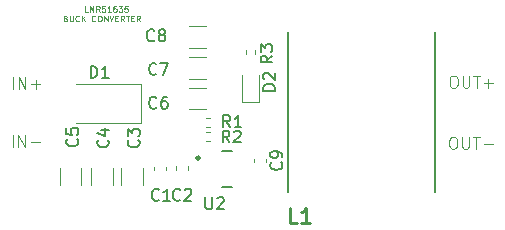
<source format=gbr>
%TF.GenerationSoftware,KiCad,Pcbnew,8.0.8*%
%TF.CreationDate,2025-06-16T12:41:12-07:00*%
%TF.ProjectId,lmr51635,6c6d7235-3136-4333-952e-6b696361645f,rev?*%
%TF.SameCoordinates,Original*%
%TF.FileFunction,Legend,Top*%
%TF.FilePolarity,Positive*%
%FSLAX46Y46*%
G04 Gerber Fmt 4.6, Leading zero omitted, Abs format (unit mm)*
G04 Created by KiCad (PCBNEW 8.0.8) date 2025-06-16 12:41:12*
%MOMM*%
%LPD*%
G01*
G04 APERTURE LIST*
%ADD10C,0.080000*%
%ADD11C,0.100000*%
%ADD12C,0.150000*%
%ADD13C,0.254000*%
%ADD14C,0.120000*%
%ADD15C,0.250000*%
%ADD16C,0.200000*%
G04 APERTURE END LIST*
D10*
X109599524Y-105474663D02*
X109361429Y-105474663D01*
X109361429Y-105474663D02*
X109361429Y-104974663D01*
X109766191Y-105474663D02*
X109766191Y-104974663D01*
X109766191Y-104974663D02*
X109932858Y-105331806D01*
X109932858Y-105331806D02*
X110099524Y-104974663D01*
X110099524Y-104974663D02*
X110099524Y-105474663D01*
X110623334Y-105474663D02*
X110456668Y-105236568D01*
X110337620Y-105474663D02*
X110337620Y-104974663D01*
X110337620Y-104974663D02*
X110528096Y-104974663D01*
X110528096Y-104974663D02*
X110575715Y-104998473D01*
X110575715Y-104998473D02*
X110599525Y-105022282D01*
X110599525Y-105022282D02*
X110623334Y-105069901D01*
X110623334Y-105069901D02*
X110623334Y-105141330D01*
X110623334Y-105141330D02*
X110599525Y-105188949D01*
X110599525Y-105188949D02*
X110575715Y-105212758D01*
X110575715Y-105212758D02*
X110528096Y-105236568D01*
X110528096Y-105236568D02*
X110337620Y-105236568D01*
X111075715Y-104974663D02*
X110837620Y-104974663D01*
X110837620Y-104974663D02*
X110813811Y-105212758D01*
X110813811Y-105212758D02*
X110837620Y-105188949D01*
X110837620Y-105188949D02*
X110885239Y-105165139D01*
X110885239Y-105165139D02*
X111004287Y-105165139D01*
X111004287Y-105165139D02*
X111051906Y-105188949D01*
X111051906Y-105188949D02*
X111075715Y-105212758D01*
X111075715Y-105212758D02*
X111099525Y-105260377D01*
X111099525Y-105260377D02*
X111099525Y-105379425D01*
X111099525Y-105379425D02*
X111075715Y-105427044D01*
X111075715Y-105427044D02*
X111051906Y-105450854D01*
X111051906Y-105450854D02*
X111004287Y-105474663D01*
X111004287Y-105474663D02*
X110885239Y-105474663D01*
X110885239Y-105474663D02*
X110837620Y-105450854D01*
X110837620Y-105450854D02*
X110813811Y-105427044D01*
X111575715Y-105474663D02*
X111290001Y-105474663D01*
X111432858Y-105474663D02*
X111432858Y-104974663D01*
X111432858Y-104974663D02*
X111385239Y-105046092D01*
X111385239Y-105046092D02*
X111337620Y-105093711D01*
X111337620Y-105093711D02*
X111290001Y-105117520D01*
X112004286Y-104974663D02*
X111909048Y-104974663D01*
X111909048Y-104974663D02*
X111861429Y-104998473D01*
X111861429Y-104998473D02*
X111837619Y-105022282D01*
X111837619Y-105022282D02*
X111790000Y-105093711D01*
X111790000Y-105093711D02*
X111766191Y-105188949D01*
X111766191Y-105188949D02*
X111766191Y-105379425D01*
X111766191Y-105379425D02*
X111790000Y-105427044D01*
X111790000Y-105427044D02*
X111813810Y-105450854D01*
X111813810Y-105450854D02*
X111861429Y-105474663D01*
X111861429Y-105474663D02*
X111956667Y-105474663D01*
X111956667Y-105474663D02*
X112004286Y-105450854D01*
X112004286Y-105450854D02*
X112028095Y-105427044D01*
X112028095Y-105427044D02*
X112051905Y-105379425D01*
X112051905Y-105379425D02*
X112051905Y-105260377D01*
X112051905Y-105260377D02*
X112028095Y-105212758D01*
X112028095Y-105212758D02*
X112004286Y-105188949D01*
X112004286Y-105188949D02*
X111956667Y-105165139D01*
X111956667Y-105165139D02*
X111861429Y-105165139D01*
X111861429Y-105165139D02*
X111813810Y-105188949D01*
X111813810Y-105188949D02*
X111790000Y-105212758D01*
X111790000Y-105212758D02*
X111766191Y-105260377D01*
X112218571Y-104974663D02*
X112528095Y-104974663D01*
X112528095Y-104974663D02*
X112361428Y-105165139D01*
X112361428Y-105165139D02*
X112432857Y-105165139D01*
X112432857Y-105165139D02*
X112480476Y-105188949D01*
X112480476Y-105188949D02*
X112504285Y-105212758D01*
X112504285Y-105212758D02*
X112528095Y-105260377D01*
X112528095Y-105260377D02*
X112528095Y-105379425D01*
X112528095Y-105379425D02*
X112504285Y-105427044D01*
X112504285Y-105427044D02*
X112480476Y-105450854D01*
X112480476Y-105450854D02*
X112432857Y-105474663D01*
X112432857Y-105474663D02*
X112290000Y-105474663D01*
X112290000Y-105474663D02*
X112242381Y-105450854D01*
X112242381Y-105450854D02*
X112218571Y-105427044D01*
X112980475Y-104974663D02*
X112742380Y-104974663D01*
X112742380Y-104974663D02*
X112718571Y-105212758D01*
X112718571Y-105212758D02*
X112742380Y-105188949D01*
X112742380Y-105188949D02*
X112789999Y-105165139D01*
X112789999Y-105165139D02*
X112909047Y-105165139D01*
X112909047Y-105165139D02*
X112956666Y-105188949D01*
X112956666Y-105188949D02*
X112980475Y-105212758D01*
X112980475Y-105212758D02*
X113004285Y-105260377D01*
X113004285Y-105260377D02*
X113004285Y-105379425D01*
X113004285Y-105379425D02*
X112980475Y-105427044D01*
X112980475Y-105427044D02*
X112956666Y-105450854D01*
X112956666Y-105450854D02*
X112909047Y-105474663D01*
X112909047Y-105474663D02*
X112789999Y-105474663D01*
X112789999Y-105474663D02*
X112742380Y-105450854D01*
X112742380Y-105450854D02*
X112718571Y-105427044D01*
X107742381Y-106017730D02*
X107813809Y-106041540D01*
X107813809Y-106041540D02*
X107837619Y-106065349D01*
X107837619Y-106065349D02*
X107861428Y-106112968D01*
X107861428Y-106112968D02*
X107861428Y-106184397D01*
X107861428Y-106184397D02*
X107837619Y-106232016D01*
X107837619Y-106232016D02*
X107813809Y-106255826D01*
X107813809Y-106255826D02*
X107766190Y-106279635D01*
X107766190Y-106279635D02*
X107575714Y-106279635D01*
X107575714Y-106279635D02*
X107575714Y-105779635D01*
X107575714Y-105779635D02*
X107742381Y-105779635D01*
X107742381Y-105779635D02*
X107790000Y-105803445D01*
X107790000Y-105803445D02*
X107813809Y-105827254D01*
X107813809Y-105827254D02*
X107837619Y-105874873D01*
X107837619Y-105874873D02*
X107837619Y-105922492D01*
X107837619Y-105922492D02*
X107813809Y-105970111D01*
X107813809Y-105970111D02*
X107790000Y-105993921D01*
X107790000Y-105993921D02*
X107742381Y-106017730D01*
X107742381Y-106017730D02*
X107575714Y-106017730D01*
X108075714Y-105779635D02*
X108075714Y-106184397D01*
X108075714Y-106184397D02*
X108099524Y-106232016D01*
X108099524Y-106232016D02*
X108123333Y-106255826D01*
X108123333Y-106255826D02*
X108170952Y-106279635D01*
X108170952Y-106279635D02*
X108266190Y-106279635D01*
X108266190Y-106279635D02*
X108313809Y-106255826D01*
X108313809Y-106255826D02*
X108337619Y-106232016D01*
X108337619Y-106232016D02*
X108361428Y-106184397D01*
X108361428Y-106184397D02*
X108361428Y-105779635D01*
X108885238Y-106232016D02*
X108861429Y-106255826D01*
X108861429Y-106255826D02*
X108790000Y-106279635D01*
X108790000Y-106279635D02*
X108742381Y-106279635D01*
X108742381Y-106279635D02*
X108670953Y-106255826D01*
X108670953Y-106255826D02*
X108623334Y-106208206D01*
X108623334Y-106208206D02*
X108599524Y-106160587D01*
X108599524Y-106160587D02*
X108575715Y-106065349D01*
X108575715Y-106065349D02*
X108575715Y-105993921D01*
X108575715Y-105993921D02*
X108599524Y-105898683D01*
X108599524Y-105898683D02*
X108623334Y-105851064D01*
X108623334Y-105851064D02*
X108670953Y-105803445D01*
X108670953Y-105803445D02*
X108742381Y-105779635D01*
X108742381Y-105779635D02*
X108790000Y-105779635D01*
X108790000Y-105779635D02*
X108861429Y-105803445D01*
X108861429Y-105803445D02*
X108885238Y-105827254D01*
X109099524Y-106279635D02*
X109099524Y-105779635D01*
X109385238Y-106279635D02*
X109170953Y-105993921D01*
X109385238Y-105779635D02*
X109099524Y-106065349D01*
X110266190Y-106232016D02*
X110242381Y-106255826D01*
X110242381Y-106255826D02*
X110170952Y-106279635D01*
X110170952Y-106279635D02*
X110123333Y-106279635D01*
X110123333Y-106279635D02*
X110051905Y-106255826D01*
X110051905Y-106255826D02*
X110004286Y-106208206D01*
X110004286Y-106208206D02*
X109980476Y-106160587D01*
X109980476Y-106160587D02*
X109956667Y-106065349D01*
X109956667Y-106065349D02*
X109956667Y-105993921D01*
X109956667Y-105993921D02*
X109980476Y-105898683D01*
X109980476Y-105898683D02*
X110004286Y-105851064D01*
X110004286Y-105851064D02*
X110051905Y-105803445D01*
X110051905Y-105803445D02*
X110123333Y-105779635D01*
X110123333Y-105779635D02*
X110170952Y-105779635D01*
X110170952Y-105779635D02*
X110242381Y-105803445D01*
X110242381Y-105803445D02*
X110266190Y-105827254D01*
X110575714Y-105779635D02*
X110670952Y-105779635D01*
X110670952Y-105779635D02*
X110718571Y-105803445D01*
X110718571Y-105803445D02*
X110766190Y-105851064D01*
X110766190Y-105851064D02*
X110790000Y-105946302D01*
X110790000Y-105946302D02*
X110790000Y-106112968D01*
X110790000Y-106112968D02*
X110766190Y-106208206D01*
X110766190Y-106208206D02*
X110718571Y-106255826D01*
X110718571Y-106255826D02*
X110670952Y-106279635D01*
X110670952Y-106279635D02*
X110575714Y-106279635D01*
X110575714Y-106279635D02*
X110528095Y-106255826D01*
X110528095Y-106255826D02*
X110480476Y-106208206D01*
X110480476Y-106208206D02*
X110456667Y-106112968D01*
X110456667Y-106112968D02*
X110456667Y-105946302D01*
X110456667Y-105946302D02*
X110480476Y-105851064D01*
X110480476Y-105851064D02*
X110528095Y-105803445D01*
X110528095Y-105803445D02*
X110575714Y-105779635D01*
X111004286Y-106279635D02*
X111004286Y-105779635D01*
X111004286Y-105779635D02*
X111290000Y-106279635D01*
X111290000Y-106279635D02*
X111290000Y-105779635D01*
X111456668Y-105779635D02*
X111623334Y-106279635D01*
X111623334Y-106279635D02*
X111790001Y-105779635D01*
X111956667Y-106017730D02*
X112123334Y-106017730D01*
X112194762Y-106279635D02*
X111956667Y-106279635D01*
X111956667Y-106279635D02*
X111956667Y-105779635D01*
X111956667Y-105779635D02*
X112194762Y-105779635D01*
X112694762Y-106279635D02*
X112528096Y-106041540D01*
X112409048Y-106279635D02*
X112409048Y-105779635D01*
X112409048Y-105779635D02*
X112599524Y-105779635D01*
X112599524Y-105779635D02*
X112647143Y-105803445D01*
X112647143Y-105803445D02*
X112670953Y-105827254D01*
X112670953Y-105827254D02*
X112694762Y-105874873D01*
X112694762Y-105874873D02*
X112694762Y-105946302D01*
X112694762Y-105946302D02*
X112670953Y-105993921D01*
X112670953Y-105993921D02*
X112647143Y-106017730D01*
X112647143Y-106017730D02*
X112599524Y-106041540D01*
X112599524Y-106041540D02*
X112409048Y-106041540D01*
X112837620Y-105779635D02*
X113123334Y-105779635D01*
X112980477Y-106279635D02*
X112980477Y-105779635D01*
X113290000Y-106017730D02*
X113456667Y-106017730D01*
X113528095Y-106279635D02*
X113290000Y-106279635D01*
X113290000Y-106279635D02*
X113290000Y-105779635D01*
X113290000Y-105779635D02*
X113528095Y-105779635D01*
X114028095Y-106279635D02*
X113861429Y-106041540D01*
X113742381Y-106279635D02*
X113742381Y-105779635D01*
X113742381Y-105779635D02*
X113932857Y-105779635D01*
X113932857Y-105779635D02*
X113980476Y-105803445D01*
X113980476Y-105803445D02*
X114004286Y-105827254D01*
X114004286Y-105827254D02*
X114028095Y-105874873D01*
X114028095Y-105874873D02*
X114028095Y-105946302D01*
X114028095Y-105946302D02*
X114004286Y-105993921D01*
X114004286Y-105993921D02*
X113980476Y-106017730D01*
X113980476Y-106017730D02*
X113932857Y-106041540D01*
X113932857Y-106041540D02*
X113742381Y-106041540D01*
D11*
X140454360Y-116052475D02*
X140644836Y-116052475D01*
X140644836Y-116052475D02*
X140740074Y-116100094D01*
X140740074Y-116100094D02*
X140835312Y-116195332D01*
X140835312Y-116195332D02*
X140882931Y-116385808D01*
X140882931Y-116385808D02*
X140882931Y-116719141D01*
X140882931Y-116719141D02*
X140835312Y-116909617D01*
X140835312Y-116909617D02*
X140740074Y-117004856D01*
X140740074Y-117004856D02*
X140644836Y-117052475D01*
X140644836Y-117052475D02*
X140454360Y-117052475D01*
X140454360Y-117052475D02*
X140359122Y-117004856D01*
X140359122Y-117004856D02*
X140263884Y-116909617D01*
X140263884Y-116909617D02*
X140216265Y-116719141D01*
X140216265Y-116719141D02*
X140216265Y-116385808D01*
X140216265Y-116385808D02*
X140263884Y-116195332D01*
X140263884Y-116195332D02*
X140359122Y-116100094D01*
X140359122Y-116100094D02*
X140454360Y-116052475D01*
X141311503Y-116052475D02*
X141311503Y-116861998D01*
X141311503Y-116861998D02*
X141359122Y-116957236D01*
X141359122Y-116957236D02*
X141406741Y-117004856D01*
X141406741Y-117004856D02*
X141501979Y-117052475D01*
X141501979Y-117052475D02*
X141692455Y-117052475D01*
X141692455Y-117052475D02*
X141787693Y-117004856D01*
X141787693Y-117004856D02*
X141835312Y-116957236D01*
X141835312Y-116957236D02*
X141882931Y-116861998D01*
X141882931Y-116861998D02*
X141882931Y-116052475D01*
X142216265Y-116052475D02*
X142787693Y-116052475D01*
X142501979Y-117052475D02*
X142501979Y-116052475D01*
X143121027Y-116671522D02*
X143882932Y-116671522D01*
X140494360Y-110872419D02*
X140684836Y-110872419D01*
X140684836Y-110872419D02*
X140780074Y-110920038D01*
X140780074Y-110920038D02*
X140875312Y-111015276D01*
X140875312Y-111015276D02*
X140922931Y-111205752D01*
X140922931Y-111205752D02*
X140922931Y-111539085D01*
X140922931Y-111539085D02*
X140875312Y-111729561D01*
X140875312Y-111729561D02*
X140780074Y-111824800D01*
X140780074Y-111824800D02*
X140684836Y-111872419D01*
X140684836Y-111872419D02*
X140494360Y-111872419D01*
X140494360Y-111872419D02*
X140399122Y-111824800D01*
X140399122Y-111824800D02*
X140303884Y-111729561D01*
X140303884Y-111729561D02*
X140256265Y-111539085D01*
X140256265Y-111539085D02*
X140256265Y-111205752D01*
X140256265Y-111205752D02*
X140303884Y-111015276D01*
X140303884Y-111015276D02*
X140399122Y-110920038D01*
X140399122Y-110920038D02*
X140494360Y-110872419D01*
X141351503Y-110872419D02*
X141351503Y-111681942D01*
X141351503Y-111681942D02*
X141399122Y-111777180D01*
X141399122Y-111777180D02*
X141446741Y-111824800D01*
X141446741Y-111824800D02*
X141541979Y-111872419D01*
X141541979Y-111872419D02*
X141732455Y-111872419D01*
X141732455Y-111872419D02*
X141827693Y-111824800D01*
X141827693Y-111824800D02*
X141875312Y-111777180D01*
X141875312Y-111777180D02*
X141922931Y-111681942D01*
X141922931Y-111681942D02*
X141922931Y-110872419D01*
X142256265Y-110872419D02*
X142827693Y-110872419D01*
X142541979Y-111872419D02*
X142541979Y-110872419D01*
X143161027Y-111491466D02*
X143922932Y-111491466D01*
X143541979Y-111872419D02*
X143541979Y-111110514D01*
X103293884Y-111972419D02*
X103293884Y-110972419D01*
X103770074Y-111972419D02*
X103770074Y-110972419D01*
X103770074Y-110972419D02*
X104341502Y-111972419D01*
X104341502Y-111972419D02*
X104341502Y-110972419D01*
X104817693Y-111591466D02*
X105579598Y-111591466D01*
X105198645Y-111972419D02*
X105198645Y-111210514D01*
X103253884Y-116882419D02*
X103253884Y-115882419D01*
X103730074Y-116882419D02*
X103730074Y-115882419D01*
X103730074Y-115882419D02*
X104301502Y-116882419D01*
X104301502Y-116882419D02*
X104301502Y-115882419D01*
X104777693Y-116501466D02*
X105539598Y-116501466D01*
D12*
X121613333Y-116524819D02*
X121280000Y-116048628D01*
X121041905Y-116524819D02*
X121041905Y-115524819D01*
X121041905Y-115524819D02*
X121422857Y-115524819D01*
X121422857Y-115524819D02*
X121518095Y-115572438D01*
X121518095Y-115572438D02*
X121565714Y-115620057D01*
X121565714Y-115620057D02*
X121613333Y-115715295D01*
X121613333Y-115715295D02*
X121613333Y-115858152D01*
X121613333Y-115858152D02*
X121565714Y-115953390D01*
X121565714Y-115953390D02*
X121518095Y-116001009D01*
X121518095Y-116001009D02*
X121422857Y-116048628D01*
X121422857Y-116048628D02*
X121041905Y-116048628D01*
X121994286Y-115620057D02*
X122041905Y-115572438D01*
X122041905Y-115572438D02*
X122137143Y-115524819D01*
X122137143Y-115524819D02*
X122375238Y-115524819D01*
X122375238Y-115524819D02*
X122470476Y-115572438D01*
X122470476Y-115572438D02*
X122518095Y-115620057D01*
X122518095Y-115620057D02*
X122565714Y-115715295D01*
X122565714Y-115715295D02*
X122565714Y-115810533D01*
X122565714Y-115810533D02*
X122518095Y-115953390D01*
X122518095Y-115953390D02*
X121946667Y-116524819D01*
X121946667Y-116524819D02*
X122565714Y-116524819D01*
X108709580Y-116241666D02*
X108757200Y-116289285D01*
X108757200Y-116289285D02*
X108804819Y-116432142D01*
X108804819Y-116432142D02*
X108804819Y-116527380D01*
X108804819Y-116527380D02*
X108757200Y-116670237D01*
X108757200Y-116670237D02*
X108661961Y-116765475D01*
X108661961Y-116765475D02*
X108566723Y-116813094D01*
X108566723Y-116813094D02*
X108376247Y-116860713D01*
X108376247Y-116860713D02*
X108233390Y-116860713D01*
X108233390Y-116860713D02*
X108042914Y-116813094D01*
X108042914Y-116813094D02*
X107947676Y-116765475D01*
X107947676Y-116765475D02*
X107852438Y-116670237D01*
X107852438Y-116670237D02*
X107804819Y-116527380D01*
X107804819Y-116527380D02*
X107804819Y-116432142D01*
X107804819Y-116432142D02*
X107852438Y-116289285D01*
X107852438Y-116289285D02*
X107900057Y-116241666D01*
X107804819Y-115336904D02*
X107804819Y-115813094D01*
X107804819Y-115813094D02*
X108281009Y-115860713D01*
X108281009Y-115860713D02*
X108233390Y-115813094D01*
X108233390Y-115813094D02*
X108185771Y-115717856D01*
X108185771Y-115717856D02*
X108185771Y-115479761D01*
X108185771Y-115479761D02*
X108233390Y-115384523D01*
X108233390Y-115384523D02*
X108281009Y-115336904D01*
X108281009Y-115336904D02*
X108376247Y-115289285D01*
X108376247Y-115289285D02*
X108614342Y-115289285D01*
X108614342Y-115289285D02*
X108709580Y-115336904D01*
X108709580Y-115336904D02*
X108757200Y-115384523D01*
X108757200Y-115384523D02*
X108804819Y-115479761D01*
X108804819Y-115479761D02*
X108804819Y-115717856D01*
X108804819Y-115717856D02*
X108757200Y-115813094D01*
X108757200Y-115813094D02*
X108709580Y-115860713D01*
X125989580Y-118216666D02*
X126037200Y-118264285D01*
X126037200Y-118264285D02*
X126084819Y-118407142D01*
X126084819Y-118407142D02*
X126084819Y-118502380D01*
X126084819Y-118502380D02*
X126037200Y-118645237D01*
X126037200Y-118645237D02*
X125941961Y-118740475D01*
X125941961Y-118740475D02*
X125846723Y-118788094D01*
X125846723Y-118788094D02*
X125656247Y-118835713D01*
X125656247Y-118835713D02*
X125513390Y-118835713D01*
X125513390Y-118835713D02*
X125322914Y-118788094D01*
X125322914Y-118788094D02*
X125227676Y-118740475D01*
X125227676Y-118740475D02*
X125132438Y-118645237D01*
X125132438Y-118645237D02*
X125084819Y-118502380D01*
X125084819Y-118502380D02*
X125084819Y-118407142D01*
X125084819Y-118407142D02*
X125132438Y-118264285D01*
X125132438Y-118264285D02*
X125180057Y-118216666D01*
X126084819Y-117740475D02*
X126084819Y-117549999D01*
X126084819Y-117549999D02*
X126037200Y-117454761D01*
X126037200Y-117454761D02*
X125989580Y-117407142D01*
X125989580Y-117407142D02*
X125846723Y-117311904D01*
X125846723Y-117311904D02*
X125656247Y-117264285D01*
X125656247Y-117264285D02*
X125275295Y-117264285D01*
X125275295Y-117264285D02*
X125180057Y-117311904D01*
X125180057Y-117311904D02*
X125132438Y-117359523D01*
X125132438Y-117359523D02*
X125084819Y-117454761D01*
X125084819Y-117454761D02*
X125084819Y-117645237D01*
X125084819Y-117645237D02*
X125132438Y-117740475D01*
X125132438Y-117740475D02*
X125180057Y-117788094D01*
X125180057Y-117788094D02*
X125275295Y-117835713D01*
X125275295Y-117835713D02*
X125513390Y-117835713D01*
X125513390Y-117835713D02*
X125608628Y-117788094D01*
X125608628Y-117788094D02*
X125656247Y-117740475D01*
X125656247Y-117740475D02*
X125703866Y-117645237D01*
X125703866Y-117645237D02*
X125703866Y-117454761D01*
X125703866Y-117454761D02*
X125656247Y-117359523D01*
X125656247Y-117359523D02*
X125608628Y-117311904D01*
X125608628Y-117311904D02*
X125513390Y-117264285D01*
X119578095Y-121164819D02*
X119578095Y-121974342D01*
X119578095Y-121974342D02*
X119625714Y-122069580D01*
X119625714Y-122069580D02*
X119673333Y-122117200D01*
X119673333Y-122117200D02*
X119768571Y-122164819D01*
X119768571Y-122164819D02*
X119959047Y-122164819D01*
X119959047Y-122164819D02*
X120054285Y-122117200D01*
X120054285Y-122117200D02*
X120101904Y-122069580D01*
X120101904Y-122069580D02*
X120149523Y-121974342D01*
X120149523Y-121974342D02*
X120149523Y-121164819D01*
X120578095Y-121260057D02*
X120625714Y-121212438D01*
X120625714Y-121212438D02*
X120720952Y-121164819D01*
X120720952Y-121164819D02*
X120959047Y-121164819D01*
X120959047Y-121164819D02*
X121054285Y-121212438D01*
X121054285Y-121212438D02*
X121101904Y-121260057D01*
X121101904Y-121260057D02*
X121149523Y-121355295D01*
X121149523Y-121355295D02*
X121149523Y-121450533D01*
X121149523Y-121450533D02*
X121101904Y-121593390D01*
X121101904Y-121593390D02*
X120530476Y-122164819D01*
X120530476Y-122164819D02*
X121149523Y-122164819D01*
X115433333Y-113559580D02*
X115385714Y-113607200D01*
X115385714Y-113607200D02*
X115242857Y-113654819D01*
X115242857Y-113654819D02*
X115147619Y-113654819D01*
X115147619Y-113654819D02*
X115004762Y-113607200D01*
X115004762Y-113607200D02*
X114909524Y-113511961D01*
X114909524Y-113511961D02*
X114861905Y-113416723D01*
X114861905Y-113416723D02*
X114814286Y-113226247D01*
X114814286Y-113226247D02*
X114814286Y-113083390D01*
X114814286Y-113083390D02*
X114861905Y-112892914D01*
X114861905Y-112892914D02*
X114909524Y-112797676D01*
X114909524Y-112797676D02*
X115004762Y-112702438D01*
X115004762Y-112702438D02*
X115147619Y-112654819D01*
X115147619Y-112654819D02*
X115242857Y-112654819D01*
X115242857Y-112654819D02*
X115385714Y-112702438D01*
X115385714Y-112702438D02*
X115433333Y-112750057D01*
X116290476Y-112654819D02*
X116100000Y-112654819D01*
X116100000Y-112654819D02*
X116004762Y-112702438D01*
X116004762Y-112702438D02*
X115957143Y-112750057D01*
X115957143Y-112750057D02*
X115861905Y-112892914D01*
X115861905Y-112892914D02*
X115814286Y-113083390D01*
X115814286Y-113083390D02*
X115814286Y-113464342D01*
X115814286Y-113464342D02*
X115861905Y-113559580D01*
X115861905Y-113559580D02*
X115909524Y-113607200D01*
X115909524Y-113607200D02*
X116004762Y-113654819D01*
X116004762Y-113654819D02*
X116195238Y-113654819D01*
X116195238Y-113654819D02*
X116290476Y-113607200D01*
X116290476Y-113607200D02*
X116338095Y-113559580D01*
X116338095Y-113559580D02*
X116385714Y-113464342D01*
X116385714Y-113464342D02*
X116385714Y-113226247D01*
X116385714Y-113226247D02*
X116338095Y-113131009D01*
X116338095Y-113131009D02*
X116290476Y-113083390D01*
X116290476Y-113083390D02*
X116195238Y-113035771D01*
X116195238Y-113035771D02*
X116004762Y-113035771D01*
X116004762Y-113035771D02*
X115909524Y-113083390D01*
X115909524Y-113083390D02*
X115861905Y-113131009D01*
X115861905Y-113131009D02*
X115814286Y-113226247D01*
X109861905Y-111054819D02*
X109861905Y-110054819D01*
X109861905Y-110054819D02*
X110100000Y-110054819D01*
X110100000Y-110054819D02*
X110242857Y-110102438D01*
X110242857Y-110102438D02*
X110338095Y-110197676D01*
X110338095Y-110197676D02*
X110385714Y-110292914D01*
X110385714Y-110292914D02*
X110433333Y-110483390D01*
X110433333Y-110483390D02*
X110433333Y-110626247D01*
X110433333Y-110626247D02*
X110385714Y-110816723D01*
X110385714Y-110816723D02*
X110338095Y-110911961D01*
X110338095Y-110911961D02*
X110242857Y-111007200D01*
X110242857Y-111007200D02*
X110100000Y-111054819D01*
X110100000Y-111054819D02*
X109861905Y-111054819D01*
X111385714Y-111054819D02*
X110814286Y-111054819D01*
X111100000Y-111054819D02*
X111100000Y-110054819D01*
X111100000Y-110054819D02*
X111004762Y-110197676D01*
X111004762Y-110197676D02*
X110909524Y-110292914D01*
X110909524Y-110292914D02*
X110814286Y-110340533D01*
X111309580Y-116316666D02*
X111357200Y-116364285D01*
X111357200Y-116364285D02*
X111404819Y-116507142D01*
X111404819Y-116507142D02*
X111404819Y-116602380D01*
X111404819Y-116602380D02*
X111357200Y-116745237D01*
X111357200Y-116745237D02*
X111261961Y-116840475D01*
X111261961Y-116840475D02*
X111166723Y-116888094D01*
X111166723Y-116888094D02*
X110976247Y-116935713D01*
X110976247Y-116935713D02*
X110833390Y-116935713D01*
X110833390Y-116935713D02*
X110642914Y-116888094D01*
X110642914Y-116888094D02*
X110547676Y-116840475D01*
X110547676Y-116840475D02*
X110452438Y-116745237D01*
X110452438Y-116745237D02*
X110404819Y-116602380D01*
X110404819Y-116602380D02*
X110404819Y-116507142D01*
X110404819Y-116507142D02*
X110452438Y-116364285D01*
X110452438Y-116364285D02*
X110500057Y-116316666D01*
X110738152Y-115459523D02*
X111404819Y-115459523D01*
X110357200Y-115697618D02*
X111071485Y-115935713D01*
X111071485Y-115935713D02*
X111071485Y-115316666D01*
X125454819Y-112125594D02*
X124454819Y-112125594D01*
X124454819Y-112125594D02*
X124454819Y-111887499D01*
X124454819Y-111887499D02*
X124502438Y-111744642D01*
X124502438Y-111744642D02*
X124597676Y-111649404D01*
X124597676Y-111649404D02*
X124692914Y-111601785D01*
X124692914Y-111601785D02*
X124883390Y-111554166D01*
X124883390Y-111554166D02*
X125026247Y-111554166D01*
X125026247Y-111554166D02*
X125216723Y-111601785D01*
X125216723Y-111601785D02*
X125311961Y-111649404D01*
X125311961Y-111649404D02*
X125407200Y-111744642D01*
X125407200Y-111744642D02*
X125454819Y-111887499D01*
X125454819Y-111887499D02*
X125454819Y-112125594D01*
X124550057Y-111173213D02*
X124502438Y-111125594D01*
X124502438Y-111125594D02*
X124454819Y-111030356D01*
X124454819Y-111030356D02*
X124454819Y-110792261D01*
X124454819Y-110792261D02*
X124502438Y-110697023D01*
X124502438Y-110697023D02*
X124550057Y-110649404D01*
X124550057Y-110649404D02*
X124645295Y-110601785D01*
X124645295Y-110601785D02*
X124740533Y-110601785D01*
X124740533Y-110601785D02*
X124883390Y-110649404D01*
X124883390Y-110649404D02*
X125454819Y-111220832D01*
X125454819Y-111220832D02*
X125454819Y-110601785D01*
X115233333Y-107859580D02*
X115185714Y-107907200D01*
X115185714Y-107907200D02*
X115042857Y-107954819D01*
X115042857Y-107954819D02*
X114947619Y-107954819D01*
X114947619Y-107954819D02*
X114804762Y-107907200D01*
X114804762Y-107907200D02*
X114709524Y-107811961D01*
X114709524Y-107811961D02*
X114661905Y-107716723D01*
X114661905Y-107716723D02*
X114614286Y-107526247D01*
X114614286Y-107526247D02*
X114614286Y-107383390D01*
X114614286Y-107383390D02*
X114661905Y-107192914D01*
X114661905Y-107192914D02*
X114709524Y-107097676D01*
X114709524Y-107097676D02*
X114804762Y-107002438D01*
X114804762Y-107002438D02*
X114947619Y-106954819D01*
X114947619Y-106954819D02*
X115042857Y-106954819D01*
X115042857Y-106954819D02*
X115185714Y-107002438D01*
X115185714Y-107002438D02*
X115233333Y-107050057D01*
X115804762Y-107383390D02*
X115709524Y-107335771D01*
X115709524Y-107335771D02*
X115661905Y-107288152D01*
X115661905Y-107288152D02*
X115614286Y-107192914D01*
X115614286Y-107192914D02*
X115614286Y-107145295D01*
X115614286Y-107145295D02*
X115661905Y-107050057D01*
X115661905Y-107050057D02*
X115709524Y-107002438D01*
X115709524Y-107002438D02*
X115804762Y-106954819D01*
X115804762Y-106954819D02*
X115995238Y-106954819D01*
X115995238Y-106954819D02*
X116090476Y-107002438D01*
X116090476Y-107002438D02*
X116138095Y-107050057D01*
X116138095Y-107050057D02*
X116185714Y-107145295D01*
X116185714Y-107145295D02*
X116185714Y-107192914D01*
X116185714Y-107192914D02*
X116138095Y-107288152D01*
X116138095Y-107288152D02*
X116090476Y-107335771D01*
X116090476Y-107335771D02*
X115995238Y-107383390D01*
X115995238Y-107383390D02*
X115804762Y-107383390D01*
X115804762Y-107383390D02*
X115709524Y-107431009D01*
X115709524Y-107431009D02*
X115661905Y-107478628D01*
X115661905Y-107478628D02*
X115614286Y-107573866D01*
X115614286Y-107573866D02*
X115614286Y-107764342D01*
X115614286Y-107764342D02*
X115661905Y-107859580D01*
X115661905Y-107859580D02*
X115709524Y-107907200D01*
X115709524Y-107907200D02*
X115804762Y-107954819D01*
X115804762Y-107954819D02*
X115995238Y-107954819D01*
X115995238Y-107954819D02*
X116090476Y-107907200D01*
X116090476Y-107907200D02*
X116138095Y-107859580D01*
X116138095Y-107859580D02*
X116185714Y-107764342D01*
X116185714Y-107764342D02*
X116185714Y-107573866D01*
X116185714Y-107573866D02*
X116138095Y-107478628D01*
X116138095Y-107478628D02*
X116090476Y-107431009D01*
X116090476Y-107431009D02*
X115995238Y-107383390D01*
X115433333Y-110709580D02*
X115385714Y-110757200D01*
X115385714Y-110757200D02*
X115242857Y-110804819D01*
X115242857Y-110804819D02*
X115147619Y-110804819D01*
X115147619Y-110804819D02*
X115004762Y-110757200D01*
X115004762Y-110757200D02*
X114909524Y-110661961D01*
X114909524Y-110661961D02*
X114861905Y-110566723D01*
X114861905Y-110566723D02*
X114814286Y-110376247D01*
X114814286Y-110376247D02*
X114814286Y-110233390D01*
X114814286Y-110233390D02*
X114861905Y-110042914D01*
X114861905Y-110042914D02*
X114909524Y-109947676D01*
X114909524Y-109947676D02*
X115004762Y-109852438D01*
X115004762Y-109852438D02*
X115147619Y-109804819D01*
X115147619Y-109804819D02*
X115242857Y-109804819D01*
X115242857Y-109804819D02*
X115385714Y-109852438D01*
X115385714Y-109852438D02*
X115433333Y-109900057D01*
X115766667Y-109804819D02*
X116433333Y-109804819D01*
X116433333Y-109804819D02*
X116004762Y-110804819D01*
X115633333Y-121359580D02*
X115585714Y-121407200D01*
X115585714Y-121407200D02*
X115442857Y-121454819D01*
X115442857Y-121454819D02*
X115347619Y-121454819D01*
X115347619Y-121454819D02*
X115204762Y-121407200D01*
X115204762Y-121407200D02*
X115109524Y-121311961D01*
X115109524Y-121311961D02*
X115061905Y-121216723D01*
X115061905Y-121216723D02*
X115014286Y-121026247D01*
X115014286Y-121026247D02*
X115014286Y-120883390D01*
X115014286Y-120883390D02*
X115061905Y-120692914D01*
X115061905Y-120692914D02*
X115109524Y-120597676D01*
X115109524Y-120597676D02*
X115204762Y-120502438D01*
X115204762Y-120502438D02*
X115347619Y-120454819D01*
X115347619Y-120454819D02*
X115442857Y-120454819D01*
X115442857Y-120454819D02*
X115585714Y-120502438D01*
X115585714Y-120502438D02*
X115633333Y-120550057D01*
X116585714Y-121454819D02*
X116014286Y-121454819D01*
X116300000Y-121454819D02*
X116300000Y-120454819D01*
X116300000Y-120454819D02*
X116204762Y-120597676D01*
X116204762Y-120597676D02*
X116109524Y-120692914D01*
X116109524Y-120692914D02*
X116014286Y-120740533D01*
D13*
X127338333Y-123344318D02*
X126733571Y-123344318D01*
X126733571Y-123344318D02*
X126733571Y-122074318D01*
X128426905Y-123344318D02*
X127701190Y-123344318D01*
X128064047Y-123344318D02*
X128064047Y-122074318D01*
X128064047Y-122074318D02*
X127943095Y-122255746D01*
X127943095Y-122255746D02*
X127822143Y-122376699D01*
X127822143Y-122376699D02*
X127701190Y-122437175D01*
D12*
X117433333Y-121359580D02*
X117385714Y-121407200D01*
X117385714Y-121407200D02*
X117242857Y-121454819D01*
X117242857Y-121454819D02*
X117147619Y-121454819D01*
X117147619Y-121454819D02*
X117004762Y-121407200D01*
X117004762Y-121407200D02*
X116909524Y-121311961D01*
X116909524Y-121311961D02*
X116861905Y-121216723D01*
X116861905Y-121216723D02*
X116814286Y-121026247D01*
X116814286Y-121026247D02*
X116814286Y-120883390D01*
X116814286Y-120883390D02*
X116861905Y-120692914D01*
X116861905Y-120692914D02*
X116909524Y-120597676D01*
X116909524Y-120597676D02*
X117004762Y-120502438D01*
X117004762Y-120502438D02*
X117147619Y-120454819D01*
X117147619Y-120454819D02*
X117242857Y-120454819D01*
X117242857Y-120454819D02*
X117385714Y-120502438D01*
X117385714Y-120502438D02*
X117433333Y-120550057D01*
X117814286Y-120550057D02*
X117861905Y-120502438D01*
X117861905Y-120502438D02*
X117957143Y-120454819D01*
X117957143Y-120454819D02*
X118195238Y-120454819D01*
X118195238Y-120454819D02*
X118290476Y-120502438D01*
X118290476Y-120502438D02*
X118338095Y-120550057D01*
X118338095Y-120550057D02*
X118385714Y-120645295D01*
X118385714Y-120645295D02*
X118385714Y-120740533D01*
X118385714Y-120740533D02*
X118338095Y-120883390D01*
X118338095Y-120883390D02*
X117766667Y-121454819D01*
X117766667Y-121454819D02*
X118385714Y-121454819D01*
X125254819Y-109166666D02*
X124778628Y-109499999D01*
X125254819Y-109738094D02*
X124254819Y-109738094D01*
X124254819Y-109738094D02*
X124254819Y-109357142D01*
X124254819Y-109357142D02*
X124302438Y-109261904D01*
X124302438Y-109261904D02*
X124350057Y-109214285D01*
X124350057Y-109214285D02*
X124445295Y-109166666D01*
X124445295Y-109166666D02*
X124588152Y-109166666D01*
X124588152Y-109166666D02*
X124683390Y-109214285D01*
X124683390Y-109214285D02*
X124731009Y-109261904D01*
X124731009Y-109261904D02*
X124778628Y-109357142D01*
X124778628Y-109357142D02*
X124778628Y-109738094D01*
X124254819Y-108833332D02*
X124254819Y-108214285D01*
X124254819Y-108214285D02*
X124635771Y-108547618D01*
X124635771Y-108547618D02*
X124635771Y-108404761D01*
X124635771Y-108404761D02*
X124683390Y-108309523D01*
X124683390Y-108309523D02*
X124731009Y-108261904D01*
X124731009Y-108261904D02*
X124826247Y-108214285D01*
X124826247Y-108214285D02*
X125064342Y-108214285D01*
X125064342Y-108214285D02*
X125159580Y-108261904D01*
X125159580Y-108261904D02*
X125207200Y-108309523D01*
X125207200Y-108309523D02*
X125254819Y-108404761D01*
X125254819Y-108404761D02*
X125254819Y-108690475D01*
X125254819Y-108690475D02*
X125207200Y-108785713D01*
X125207200Y-108785713D02*
X125159580Y-108833332D01*
X113909580Y-116316666D02*
X113957200Y-116364285D01*
X113957200Y-116364285D02*
X114004819Y-116507142D01*
X114004819Y-116507142D02*
X114004819Y-116602380D01*
X114004819Y-116602380D02*
X113957200Y-116745237D01*
X113957200Y-116745237D02*
X113861961Y-116840475D01*
X113861961Y-116840475D02*
X113766723Y-116888094D01*
X113766723Y-116888094D02*
X113576247Y-116935713D01*
X113576247Y-116935713D02*
X113433390Y-116935713D01*
X113433390Y-116935713D02*
X113242914Y-116888094D01*
X113242914Y-116888094D02*
X113147676Y-116840475D01*
X113147676Y-116840475D02*
X113052438Y-116745237D01*
X113052438Y-116745237D02*
X113004819Y-116602380D01*
X113004819Y-116602380D02*
X113004819Y-116507142D01*
X113004819Y-116507142D02*
X113052438Y-116364285D01*
X113052438Y-116364285D02*
X113100057Y-116316666D01*
X113004819Y-115983332D02*
X113004819Y-115364285D01*
X113004819Y-115364285D02*
X113385771Y-115697618D01*
X113385771Y-115697618D02*
X113385771Y-115554761D01*
X113385771Y-115554761D02*
X113433390Y-115459523D01*
X113433390Y-115459523D02*
X113481009Y-115411904D01*
X113481009Y-115411904D02*
X113576247Y-115364285D01*
X113576247Y-115364285D02*
X113814342Y-115364285D01*
X113814342Y-115364285D02*
X113909580Y-115411904D01*
X113909580Y-115411904D02*
X113957200Y-115459523D01*
X113957200Y-115459523D02*
X114004819Y-115554761D01*
X114004819Y-115554761D02*
X114004819Y-115840475D01*
X114004819Y-115840475D02*
X113957200Y-115935713D01*
X113957200Y-115935713D02*
X113909580Y-115983332D01*
X121673333Y-115224819D02*
X121340000Y-114748628D01*
X121101905Y-115224819D02*
X121101905Y-114224819D01*
X121101905Y-114224819D02*
X121482857Y-114224819D01*
X121482857Y-114224819D02*
X121578095Y-114272438D01*
X121578095Y-114272438D02*
X121625714Y-114320057D01*
X121625714Y-114320057D02*
X121673333Y-114415295D01*
X121673333Y-114415295D02*
X121673333Y-114558152D01*
X121673333Y-114558152D02*
X121625714Y-114653390D01*
X121625714Y-114653390D02*
X121578095Y-114701009D01*
X121578095Y-114701009D02*
X121482857Y-114748628D01*
X121482857Y-114748628D02*
X121101905Y-114748628D01*
X122625714Y-115224819D02*
X122054286Y-115224819D01*
X122340000Y-115224819D02*
X122340000Y-114224819D01*
X122340000Y-114224819D02*
X122244762Y-114367676D01*
X122244762Y-114367676D02*
X122149524Y-114462914D01*
X122149524Y-114462914D02*
X122054286Y-114510533D01*
D14*
%TO.C,R2*%
X119626359Y-115620000D02*
X119933641Y-115620000D01*
X119626359Y-116380000D02*
X119933641Y-116380000D01*
%TO.C,C5*%
X107240000Y-118688748D02*
X107240000Y-120111252D01*
X109060000Y-118688748D02*
X109060000Y-120111252D01*
%TO.C,C9*%
X123690000Y-117909420D02*
X123690000Y-118190580D01*
X124710000Y-117909420D02*
X124710000Y-118190580D01*
D12*
%TO.C,U2*%
X120975012Y-117274999D02*
X121824998Y-117274999D01*
X120975012Y-120325001D02*
X121824998Y-120325001D01*
D15*
X119075006Y-117849999D02*
G75*
G02*
X118825004Y-117849999I-125001J0D01*
G01*
X118825004Y-117849999D02*
G75*
G02*
X119075006Y-117849999I125001J0D01*
G01*
D14*
%TO.C,C6*%
X119586252Y-111890000D02*
X118163748Y-111890000D01*
X119586252Y-113710000D02*
X118163748Y-113710000D01*
%TO.C,D1*%
X114110000Y-111550000D02*
X108600000Y-111550000D01*
X114110000Y-114850000D02*
X108600000Y-114850000D01*
X114110000Y-114850000D02*
X114110000Y-111550000D01*
%TO.C,C4*%
X109890000Y-118688748D02*
X109890000Y-120111252D01*
X111710000Y-118688748D02*
X111710000Y-120111252D01*
%TO.C,D2*%
X122665000Y-110787500D02*
X122665000Y-113072500D01*
X122665000Y-113072500D02*
X124135000Y-113072500D01*
X124135000Y-113072500D02*
X124135000Y-110787500D01*
%TO.C,C8*%
X119586252Y-106690000D02*
X118163748Y-106690000D01*
X119586252Y-108510000D02*
X118163748Y-108510000D01*
%TO.C,C7*%
X119586252Y-109290000D02*
X118163748Y-109290000D01*
X119586252Y-111110000D02*
X118163748Y-111110000D01*
%TO.C,C1*%
X115240000Y-118559420D02*
X115240000Y-118840580D01*
X116260000Y-118559420D02*
X116260000Y-118840580D01*
D16*
%TO.C,L1*%
X126550000Y-107200000D02*
X126550000Y-120700000D01*
X139050000Y-120700000D02*
X139050000Y-107200000D01*
D14*
%TO.C,C2*%
X117065000Y-118534420D02*
X117065000Y-118815580D01*
X118085000Y-118534420D02*
X118085000Y-118815580D01*
%TO.C,R3*%
X123020000Y-108736359D02*
X123020000Y-109043641D01*
X123780000Y-108736359D02*
X123780000Y-109043641D01*
%TO.C,C3*%
X112440000Y-118688748D02*
X112440000Y-120111252D01*
X114260000Y-118688748D02*
X114260000Y-120111252D01*
%TO.C,R1*%
X119953641Y-114420000D02*
X119646359Y-114420000D01*
X119953641Y-115180000D02*
X119646359Y-115180000D01*
%TD*%
M02*

</source>
